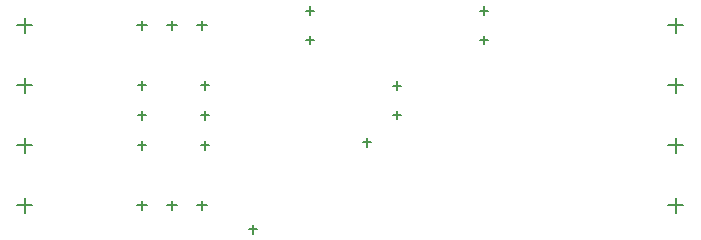
<source format=gbr>
%TF.GenerationSoftware,Altium Limited,Altium Designer,22.9.1 (49)*%
G04 Layer_Color=128*
%FSLAX26Y26*%
%MOIN*%
%TF.SameCoordinates,855F7917-2C45-41DE-9D2E-9897B7A1FA0C*%
%TF.FilePolarity,Positive*%
%TF.FileFunction,Drillmap*%
%TF.Part,Single*%
G01*
G75*
%TA.AperFunction,NonConductor*%
%ADD33C,0.005000*%
D33*
X2635000Y2600000D02*
X2685000D01*
X2660000Y2575000D02*
Y2625000D01*
X2635000Y2400000D02*
X2685000D01*
X2660000Y2375000D02*
Y2425000D01*
X2635000Y2200000D02*
X2685000D01*
X2660000Y2175000D02*
Y2225000D01*
X2635000Y2800000D02*
X2685000D01*
X2660000Y2775000D02*
Y2825000D01*
X4805000Y2600000D02*
X4855000D01*
X4830000Y2575000D02*
Y2625000D01*
X4805000Y2400000D02*
X4855000D01*
X4830000Y2375000D02*
Y2425000D01*
X4805000Y2200000D02*
X4855000D01*
X4830000Y2175000D02*
Y2225000D01*
X4805000Y2800000D02*
X4855000D01*
X4830000Y2775000D02*
Y2825000D01*
X3234252Y2800000D02*
X3265748D01*
X3250000Y2784252D02*
Y2815748D01*
X3134252Y2800000D02*
X3165748D01*
X3150000Y2784252D02*
Y2815748D01*
X3034252Y2800000D02*
X3065748D01*
X3050000Y2784252D02*
Y2815748D01*
X3886220Y2599213D02*
X3913780D01*
X3900000Y2585433D02*
Y2612992D01*
X3886220Y2500787D02*
X3913780D01*
X3900000Y2487008D02*
Y2514567D01*
X3596220Y2750787D02*
X3623780D01*
X3610000Y2737008D02*
Y2764567D01*
X3596220Y2849213D02*
X3623780D01*
X3610000Y2835433D02*
Y2862992D01*
X4176221Y2750787D02*
X4203779D01*
X4190000Y2737008D02*
Y2764567D01*
X4176221Y2849213D02*
X4203779D01*
X4190000Y2835433D02*
Y2862992D01*
X3036024Y2600000D02*
X3063976D01*
X3050000Y2586024D02*
Y2613976D01*
X3036024Y2500000D02*
X3063976D01*
X3050000Y2486024D02*
Y2513976D01*
X3036024Y2400000D02*
X3063976D01*
X3050000Y2386024D02*
Y2413976D01*
X3246024Y2600000D02*
X3273976D01*
X3260000Y2586024D02*
Y2613976D01*
X3246024Y2500000D02*
X3273976D01*
X3260000Y2486024D02*
Y2513976D01*
X3246024Y2400000D02*
X3273976D01*
X3260000Y2386024D02*
Y2413976D01*
X3234252Y2200000D02*
X3265748D01*
X3250000Y2184252D02*
Y2215748D01*
X3134252Y2200000D02*
X3165748D01*
X3150000Y2184252D02*
Y2215748D01*
X3034252Y2200000D02*
X3065748D01*
X3050000Y2184252D02*
Y2215748D01*
X3786000Y2410000D02*
X3814000D01*
X3800000Y2396000D02*
Y2424000D01*
X3406000Y2120000D02*
X3434000D01*
X3420000Y2106000D02*
Y2134000D01*
%TF.MD5,b9563719be6bee679cd8f5c1c6de4bb8*%
M02*

</source>
